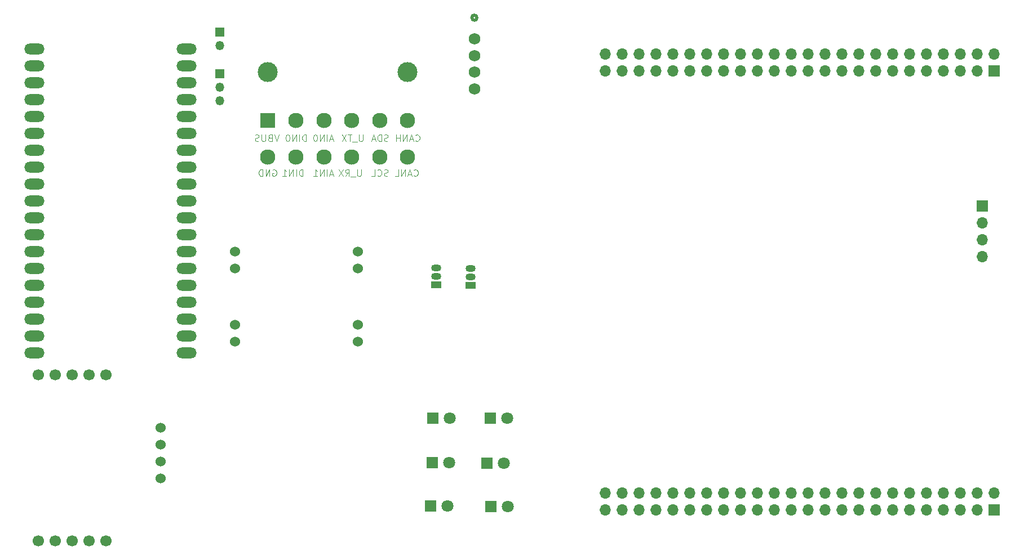
<source format=gbr>
%TF.GenerationSoftware,KiCad,Pcbnew,8.0.0-rc1*%
%TF.CreationDate,2024-02-28T14:24:43+09:00*%
%TF.ProjectId,KDL,4b444c2e-6b69-4636-9164-5f7063625858,rev?*%
%TF.SameCoordinates,Original*%
%TF.FileFunction,Soldermask,Bot*%
%TF.FilePolarity,Negative*%
%FSLAX46Y46*%
G04 Gerber Fmt 4.6, Leading zero omitted, Abs format (unit mm)*
G04 Created by KiCad (PCBNEW 8.0.0-rc1) date 2024-02-28 14:24:43*
%MOMM*%
%LPD*%
G01*
G04 APERTURE LIST*
%ADD10R,1.800000X1.800000*%
%ADD11C,1.800000*%
%ADD12C,1.524000*%
%ADD13R,1.350000X1.350000*%
%ADD14O,1.350000X1.350000*%
%ADD15O,3.048800X1.626400*%
%ADD16C,2.999999*%
%ADD17R,2.300000X2.300000*%
%ADD18C,2.300000*%
%ADD19C,1.752600*%
%ADD20R,1.500000X1.050000*%
%ADD21O,1.500000X1.050000*%
%ADD22O,1.700000X1.700000*%
%ADD23R,1.700000X1.700000*%
%ADD24C,1.700000*%
%ADD25C,0.100000*%
%ADD26C,0.508000*%
G04 APERTURE END LIST*
D10*
%TO.C,D1*%
X119360000Y-104793000D03*
D11*
X121900000Y-104793000D03*
%TD*%
D12*
%TO.C,U2*%
X69796000Y-113841000D03*
X69796000Y-111301000D03*
X69796000Y-108761000D03*
X69796000Y-106221000D03*
%TD*%
D13*
%TO.C,J2*%
X78750000Y-53000000D03*
D14*
X78750000Y-55000000D03*
X78750000Y-57000000D03*
%TD*%
D15*
%TO.C,U4*%
X73750000Y-94950000D03*
X73750000Y-92410000D03*
X73750000Y-61930000D03*
X50890000Y-94950000D03*
X50890000Y-79710000D03*
X50890000Y-61930000D03*
X50890000Y-59390000D03*
X50890000Y-64470000D03*
X50890000Y-72090000D03*
X50890000Y-49230000D03*
X50890000Y-51770000D03*
X50890000Y-54310000D03*
X73750000Y-56850000D03*
X73750000Y-54310000D03*
X73750000Y-51770000D03*
X73750000Y-64470000D03*
X73750000Y-59390000D03*
X73750000Y-67010000D03*
X50890000Y-56850000D03*
X50890000Y-67010000D03*
X50890000Y-69550000D03*
X50890000Y-74630000D03*
X50890000Y-77170000D03*
X50890000Y-82250000D03*
X50890000Y-89870000D03*
X50890000Y-92410000D03*
X73750000Y-74630000D03*
X73750000Y-72090000D03*
X73750000Y-69550000D03*
X73750000Y-79710000D03*
X73750000Y-77170000D03*
X73750000Y-84790000D03*
X73750000Y-82250000D03*
X73750000Y-89870000D03*
X73750000Y-87330000D03*
X50890000Y-84790000D03*
X50890000Y-87330000D03*
X73750000Y-49230000D03*
%TD*%
D10*
%TO.C,D5*%
X110760000Y-104800000D03*
D11*
X113300000Y-104800000D03*
%TD*%
D10*
%TO.C,D4*%
X110637000Y-111500000D03*
D11*
X113177000Y-111500000D03*
%TD*%
D16*
%TO.C,J1*%
X106949961Y-52699999D03*
X85950003Y-52699999D03*
D17*
X85950003Y-60000000D03*
D18*
X90150002Y-60000000D03*
X94350001Y-60000000D03*
X98550001Y-60000000D03*
X102750000Y-60000000D03*
X106949999Y-60000000D03*
X85950003Y-65499999D03*
X90150002Y-65499999D03*
X94350001Y-65499999D03*
X98550001Y-65499999D03*
X102750000Y-65499999D03*
X106949999Y-65499999D03*
%TD*%
D12*
%TO.C,U1*%
X99431000Y-79765000D03*
X99431000Y-82305000D03*
X99431000Y-90705000D03*
X99431000Y-93245000D03*
X80971000Y-79765000D03*
X80971000Y-82305000D03*
X80971000Y-90705000D03*
X80971000Y-93245000D03*
%TD*%
D19*
%TO.C,J3*%
X116970199Y-47752800D03*
X116970199Y-50252800D03*
X116970199Y-52752800D03*
X116970199Y-55252800D03*
%TD*%
D10*
%TO.C,D3*%
X118889000Y-111596000D03*
D11*
X121429000Y-111596000D03*
%TD*%
D10*
%TO.C,D6*%
X119460000Y-118100000D03*
D11*
X122000000Y-118100000D03*
%TD*%
D20*
%TO.C,Q1*%
X116360000Y-84770000D03*
D21*
X116360000Y-83500000D03*
X116360000Y-82230000D03*
%TD*%
D13*
%TO.C,J4*%
X78750000Y-46750000D03*
D14*
X78750000Y-48750000D03*
%TD*%
D22*
%TO.C,U5*%
X187439000Y-52520000D03*
X174739000Y-118562200D03*
X174739000Y-116022200D03*
X172199000Y-118562200D03*
X172199000Y-116022200D03*
X167119000Y-118562200D03*
X167119000Y-116022200D03*
X164579000Y-118562200D03*
X164579000Y-116022200D03*
X156959000Y-116022200D03*
X149339000Y-116022200D03*
X146799000Y-118562200D03*
X146799000Y-116022200D03*
X144259000Y-118562200D03*
X144259000Y-116022200D03*
X141719000Y-118562200D03*
X141719000Y-116022200D03*
X139179000Y-118562200D03*
X136639000Y-52520000D03*
X139179000Y-49980000D03*
X139179000Y-52520000D03*
X141719000Y-49980000D03*
X141719000Y-52520000D03*
X144259000Y-49980000D03*
X144259000Y-52520000D03*
X146799000Y-49980000D03*
X146799000Y-52520000D03*
X149339000Y-49980000D03*
X151879000Y-49980000D03*
X151879000Y-52520000D03*
X154419000Y-49980000D03*
X154419000Y-52520000D03*
X159499000Y-52520000D03*
X162039000Y-49980000D03*
X164579000Y-49980000D03*
X164579000Y-52520000D03*
X167119000Y-49980000D03*
X167119000Y-52520000D03*
X169659000Y-49980000D03*
X169659000Y-52520000D03*
X172199000Y-49980000D03*
X177279000Y-49980000D03*
X177279000Y-52520000D03*
X189979000Y-52520000D03*
X179819000Y-49980000D03*
X189979000Y-118562200D03*
D23*
X193286500Y-72840000D03*
D22*
X193286500Y-75380000D03*
X193286500Y-77920000D03*
X193286500Y-80460000D03*
X192519000Y-49980000D03*
X189979000Y-49980000D03*
X187439000Y-49980000D03*
X184899000Y-49980000D03*
X182359000Y-49980000D03*
X174739000Y-49980000D03*
X159499000Y-49980000D03*
X156959000Y-49980000D03*
X136639000Y-49980000D03*
D23*
X195059000Y-52520000D03*
D22*
X192519000Y-52520000D03*
X184899000Y-52520000D03*
X182359000Y-52520000D03*
X179819000Y-52520000D03*
X174739000Y-52520000D03*
X172199000Y-52520000D03*
X162039000Y-52520000D03*
X156959000Y-52520000D03*
X149339000Y-52520000D03*
X195059000Y-116022200D03*
X192519000Y-116022200D03*
X189979000Y-116022200D03*
X187439000Y-116022200D03*
X184899000Y-116022200D03*
X182359000Y-116022200D03*
X179819000Y-116022200D03*
X177279000Y-116022200D03*
X169659000Y-116022200D03*
X162039000Y-116022200D03*
X159499000Y-116022200D03*
X154419000Y-116022200D03*
X151879000Y-116022200D03*
X139179000Y-116022200D03*
X136639000Y-116022200D03*
X192519000Y-118562200D03*
X187439000Y-118562200D03*
X184899000Y-118562200D03*
X182359000Y-118562200D03*
X179819000Y-118562200D03*
X177279000Y-118562200D03*
X169659000Y-118562200D03*
X162039000Y-118562200D03*
X159499000Y-118562200D03*
X156959000Y-118562200D03*
X154419000Y-118562200D03*
X151879000Y-118562200D03*
X149339000Y-118562200D03*
X136639000Y-118562200D03*
X195059000Y-49980000D03*
D23*
X195059000Y-118562200D03*
%TD*%
D10*
%TO.C,D2*%
X110400000Y-118000000D03*
D11*
X112940000Y-118000000D03*
%TD*%
D20*
%TO.C,Q2*%
X111260000Y-84740000D03*
D21*
X111260000Y-83470000D03*
X111260000Y-82200000D03*
%TD*%
D24*
%TO.C,U6*%
X59063000Y-123272000D03*
X56523000Y-123272000D03*
X53983000Y-123272000D03*
X51443000Y-123272000D03*
X51443000Y-98272000D03*
X53983000Y-98272000D03*
X56523000Y-98272000D03*
X59063000Y-98272000D03*
X61603000Y-98272000D03*
X61603000Y-123272000D03*
%TD*%
D25*
X100196115Y-62125219D02*
X100196115Y-62934742D01*
X100196115Y-62934742D02*
X100148496Y-63029980D01*
X100148496Y-63029980D02*
X100100877Y-63077600D01*
X100100877Y-63077600D02*
X100005639Y-63125219D01*
X100005639Y-63125219D02*
X99815163Y-63125219D01*
X99815163Y-63125219D02*
X99719925Y-63077600D01*
X99719925Y-63077600D02*
X99672306Y-63029980D01*
X99672306Y-63029980D02*
X99624687Y-62934742D01*
X99624687Y-62934742D02*
X99624687Y-62125219D01*
X99386592Y-63220457D02*
X98624687Y-63220457D01*
X98529448Y-62125219D02*
X97958020Y-62125219D01*
X98243734Y-63125219D02*
X98243734Y-62125219D01*
X97719924Y-62125219D02*
X97053258Y-63125219D01*
X97053258Y-62125219D02*
X97719924Y-63125219D01*
X99946115Y-67375219D02*
X99946115Y-68184742D01*
X99946115Y-68184742D02*
X99898496Y-68279980D01*
X99898496Y-68279980D02*
X99850877Y-68327600D01*
X99850877Y-68327600D02*
X99755639Y-68375219D01*
X99755639Y-68375219D02*
X99565163Y-68375219D01*
X99565163Y-68375219D02*
X99469925Y-68327600D01*
X99469925Y-68327600D02*
X99422306Y-68279980D01*
X99422306Y-68279980D02*
X99374687Y-68184742D01*
X99374687Y-68184742D02*
X99374687Y-67375219D01*
X99136592Y-68470457D02*
X98374687Y-68470457D01*
X97565163Y-68375219D02*
X97898496Y-67899028D01*
X98136591Y-68375219D02*
X98136591Y-67375219D01*
X98136591Y-67375219D02*
X97755639Y-67375219D01*
X97755639Y-67375219D02*
X97660401Y-67422838D01*
X97660401Y-67422838D02*
X97612782Y-67470457D01*
X97612782Y-67470457D02*
X97565163Y-67565695D01*
X97565163Y-67565695D02*
X97565163Y-67708552D01*
X97565163Y-67708552D02*
X97612782Y-67803790D01*
X97612782Y-67803790D02*
X97660401Y-67851409D01*
X97660401Y-67851409D02*
X97755639Y-67899028D01*
X97755639Y-67899028D02*
X98136591Y-67899028D01*
X97231829Y-67375219D02*
X96565163Y-68375219D01*
X96565163Y-67375219D02*
X97231829Y-68375219D01*
X108124687Y-63029980D02*
X108172306Y-63077600D01*
X108172306Y-63077600D02*
X108315163Y-63125219D01*
X108315163Y-63125219D02*
X108410401Y-63125219D01*
X108410401Y-63125219D02*
X108553258Y-63077600D01*
X108553258Y-63077600D02*
X108648496Y-62982361D01*
X108648496Y-62982361D02*
X108696115Y-62887123D01*
X108696115Y-62887123D02*
X108743734Y-62696647D01*
X108743734Y-62696647D02*
X108743734Y-62553790D01*
X108743734Y-62553790D02*
X108696115Y-62363314D01*
X108696115Y-62363314D02*
X108648496Y-62268076D01*
X108648496Y-62268076D02*
X108553258Y-62172838D01*
X108553258Y-62172838D02*
X108410401Y-62125219D01*
X108410401Y-62125219D02*
X108315163Y-62125219D01*
X108315163Y-62125219D02*
X108172306Y-62172838D01*
X108172306Y-62172838D02*
X108124687Y-62220457D01*
X107743734Y-62839504D02*
X107267544Y-62839504D01*
X107838972Y-63125219D02*
X107505639Y-62125219D01*
X107505639Y-62125219D02*
X107172306Y-63125219D01*
X106838972Y-63125219D02*
X106838972Y-62125219D01*
X106838972Y-62125219D02*
X106267544Y-63125219D01*
X106267544Y-63125219D02*
X106267544Y-62125219D01*
X105791353Y-63125219D02*
X105791353Y-62125219D01*
X105791353Y-62601409D02*
X105219925Y-62601409D01*
X105219925Y-63125219D02*
X105219925Y-62125219D01*
X95743734Y-62839504D02*
X95267544Y-62839504D01*
X95838972Y-63125219D02*
X95505639Y-62125219D01*
X95505639Y-62125219D02*
X95172306Y-63125219D01*
X94838972Y-63125219D02*
X94838972Y-62125219D01*
X94362782Y-63125219D02*
X94362782Y-62125219D01*
X94362782Y-62125219D02*
X93791354Y-63125219D01*
X93791354Y-63125219D02*
X93791354Y-62125219D01*
X93124687Y-62125219D02*
X93029449Y-62125219D01*
X93029449Y-62125219D02*
X92934211Y-62172838D01*
X92934211Y-62172838D02*
X92886592Y-62220457D01*
X92886592Y-62220457D02*
X92838973Y-62315695D01*
X92838973Y-62315695D02*
X92791354Y-62506171D01*
X92791354Y-62506171D02*
X92791354Y-62744266D01*
X92791354Y-62744266D02*
X92838973Y-62934742D01*
X92838973Y-62934742D02*
X92886592Y-63029980D01*
X92886592Y-63029980D02*
X92934211Y-63077600D01*
X92934211Y-63077600D02*
X93029449Y-63125219D01*
X93029449Y-63125219D02*
X93124687Y-63125219D01*
X93124687Y-63125219D02*
X93219925Y-63077600D01*
X93219925Y-63077600D02*
X93267544Y-63029980D01*
X93267544Y-63029980D02*
X93315163Y-62934742D01*
X93315163Y-62934742D02*
X93362782Y-62744266D01*
X93362782Y-62744266D02*
X93362782Y-62506171D01*
X93362782Y-62506171D02*
X93315163Y-62315695D01*
X93315163Y-62315695D02*
X93267544Y-62220457D01*
X93267544Y-62220457D02*
X93219925Y-62172838D01*
X93219925Y-62172838D02*
X93124687Y-62125219D01*
X103993734Y-68327600D02*
X103850877Y-68375219D01*
X103850877Y-68375219D02*
X103612782Y-68375219D01*
X103612782Y-68375219D02*
X103517544Y-68327600D01*
X103517544Y-68327600D02*
X103469925Y-68279980D01*
X103469925Y-68279980D02*
X103422306Y-68184742D01*
X103422306Y-68184742D02*
X103422306Y-68089504D01*
X103422306Y-68089504D02*
X103469925Y-67994266D01*
X103469925Y-67994266D02*
X103517544Y-67946647D01*
X103517544Y-67946647D02*
X103612782Y-67899028D01*
X103612782Y-67899028D02*
X103803258Y-67851409D01*
X103803258Y-67851409D02*
X103898496Y-67803790D01*
X103898496Y-67803790D02*
X103946115Y-67756171D01*
X103946115Y-67756171D02*
X103993734Y-67660933D01*
X103993734Y-67660933D02*
X103993734Y-67565695D01*
X103993734Y-67565695D02*
X103946115Y-67470457D01*
X103946115Y-67470457D02*
X103898496Y-67422838D01*
X103898496Y-67422838D02*
X103803258Y-67375219D01*
X103803258Y-67375219D02*
X103565163Y-67375219D01*
X103565163Y-67375219D02*
X103422306Y-67422838D01*
X102422306Y-68279980D02*
X102469925Y-68327600D01*
X102469925Y-68327600D02*
X102612782Y-68375219D01*
X102612782Y-68375219D02*
X102708020Y-68375219D01*
X102708020Y-68375219D02*
X102850877Y-68327600D01*
X102850877Y-68327600D02*
X102946115Y-68232361D01*
X102946115Y-68232361D02*
X102993734Y-68137123D01*
X102993734Y-68137123D02*
X103041353Y-67946647D01*
X103041353Y-67946647D02*
X103041353Y-67803790D01*
X103041353Y-67803790D02*
X102993734Y-67613314D01*
X102993734Y-67613314D02*
X102946115Y-67518076D01*
X102946115Y-67518076D02*
X102850877Y-67422838D01*
X102850877Y-67422838D02*
X102708020Y-67375219D01*
X102708020Y-67375219D02*
X102612782Y-67375219D01*
X102612782Y-67375219D02*
X102469925Y-67422838D01*
X102469925Y-67422838D02*
X102422306Y-67470457D01*
X101517544Y-68375219D02*
X101993734Y-68375219D01*
X101993734Y-68375219D02*
X101993734Y-67375219D01*
X87588972Y-62125219D02*
X87255639Y-63125219D01*
X87255639Y-63125219D02*
X86922306Y-62125219D01*
X86255639Y-62601409D02*
X86112782Y-62649028D01*
X86112782Y-62649028D02*
X86065163Y-62696647D01*
X86065163Y-62696647D02*
X86017544Y-62791885D01*
X86017544Y-62791885D02*
X86017544Y-62934742D01*
X86017544Y-62934742D02*
X86065163Y-63029980D01*
X86065163Y-63029980D02*
X86112782Y-63077600D01*
X86112782Y-63077600D02*
X86208020Y-63125219D01*
X86208020Y-63125219D02*
X86588972Y-63125219D01*
X86588972Y-63125219D02*
X86588972Y-62125219D01*
X86588972Y-62125219D02*
X86255639Y-62125219D01*
X86255639Y-62125219D02*
X86160401Y-62172838D01*
X86160401Y-62172838D02*
X86112782Y-62220457D01*
X86112782Y-62220457D02*
X86065163Y-62315695D01*
X86065163Y-62315695D02*
X86065163Y-62410933D01*
X86065163Y-62410933D02*
X86112782Y-62506171D01*
X86112782Y-62506171D02*
X86160401Y-62553790D01*
X86160401Y-62553790D02*
X86255639Y-62601409D01*
X86255639Y-62601409D02*
X86588972Y-62601409D01*
X85588972Y-62125219D02*
X85588972Y-62934742D01*
X85588972Y-62934742D02*
X85541353Y-63029980D01*
X85541353Y-63029980D02*
X85493734Y-63077600D01*
X85493734Y-63077600D02*
X85398496Y-63125219D01*
X85398496Y-63125219D02*
X85208020Y-63125219D01*
X85208020Y-63125219D02*
X85112782Y-63077600D01*
X85112782Y-63077600D02*
X85065163Y-63029980D01*
X85065163Y-63029980D02*
X85017544Y-62934742D01*
X85017544Y-62934742D02*
X85017544Y-62125219D01*
X84588972Y-63077600D02*
X84446115Y-63125219D01*
X84446115Y-63125219D02*
X84208020Y-63125219D01*
X84208020Y-63125219D02*
X84112782Y-63077600D01*
X84112782Y-63077600D02*
X84065163Y-63029980D01*
X84065163Y-63029980D02*
X84017544Y-62934742D01*
X84017544Y-62934742D02*
X84017544Y-62839504D01*
X84017544Y-62839504D02*
X84065163Y-62744266D01*
X84065163Y-62744266D02*
X84112782Y-62696647D01*
X84112782Y-62696647D02*
X84208020Y-62649028D01*
X84208020Y-62649028D02*
X84398496Y-62601409D01*
X84398496Y-62601409D02*
X84493734Y-62553790D01*
X84493734Y-62553790D02*
X84541353Y-62506171D01*
X84541353Y-62506171D02*
X84588972Y-62410933D01*
X84588972Y-62410933D02*
X84588972Y-62315695D01*
X84588972Y-62315695D02*
X84541353Y-62220457D01*
X84541353Y-62220457D02*
X84493734Y-62172838D01*
X84493734Y-62172838D02*
X84398496Y-62125219D01*
X84398496Y-62125219D02*
X84160401Y-62125219D01*
X84160401Y-62125219D02*
X84017544Y-62172838D01*
X86672306Y-67422838D02*
X86767544Y-67375219D01*
X86767544Y-67375219D02*
X86910401Y-67375219D01*
X86910401Y-67375219D02*
X87053258Y-67422838D01*
X87053258Y-67422838D02*
X87148496Y-67518076D01*
X87148496Y-67518076D02*
X87196115Y-67613314D01*
X87196115Y-67613314D02*
X87243734Y-67803790D01*
X87243734Y-67803790D02*
X87243734Y-67946647D01*
X87243734Y-67946647D02*
X87196115Y-68137123D01*
X87196115Y-68137123D02*
X87148496Y-68232361D01*
X87148496Y-68232361D02*
X87053258Y-68327600D01*
X87053258Y-68327600D02*
X86910401Y-68375219D01*
X86910401Y-68375219D02*
X86815163Y-68375219D01*
X86815163Y-68375219D02*
X86672306Y-68327600D01*
X86672306Y-68327600D02*
X86624687Y-68279980D01*
X86624687Y-68279980D02*
X86624687Y-67946647D01*
X86624687Y-67946647D02*
X86815163Y-67946647D01*
X86196115Y-68375219D02*
X86196115Y-67375219D01*
X86196115Y-67375219D02*
X85624687Y-68375219D01*
X85624687Y-68375219D02*
X85624687Y-67375219D01*
X85148496Y-68375219D02*
X85148496Y-67375219D01*
X85148496Y-67375219D02*
X84910401Y-67375219D01*
X84910401Y-67375219D02*
X84767544Y-67422838D01*
X84767544Y-67422838D02*
X84672306Y-67518076D01*
X84672306Y-67518076D02*
X84624687Y-67613314D01*
X84624687Y-67613314D02*
X84577068Y-67803790D01*
X84577068Y-67803790D02*
X84577068Y-67946647D01*
X84577068Y-67946647D02*
X84624687Y-68137123D01*
X84624687Y-68137123D02*
X84672306Y-68232361D01*
X84672306Y-68232361D02*
X84767544Y-68327600D01*
X84767544Y-68327600D02*
X84910401Y-68375219D01*
X84910401Y-68375219D02*
X85148496Y-68375219D01*
X107874687Y-68279980D02*
X107922306Y-68327600D01*
X107922306Y-68327600D02*
X108065163Y-68375219D01*
X108065163Y-68375219D02*
X108160401Y-68375219D01*
X108160401Y-68375219D02*
X108303258Y-68327600D01*
X108303258Y-68327600D02*
X108398496Y-68232361D01*
X108398496Y-68232361D02*
X108446115Y-68137123D01*
X108446115Y-68137123D02*
X108493734Y-67946647D01*
X108493734Y-67946647D02*
X108493734Y-67803790D01*
X108493734Y-67803790D02*
X108446115Y-67613314D01*
X108446115Y-67613314D02*
X108398496Y-67518076D01*
X108398496Y-67518076D02*
X108303258Y-67422838D01*
X108303258Y-67422838D02*
X108160401Y-67375219D01*
X108160401Y-67375219D02*
X108065163Y-67375219D01*
X108065163Y-67375219D02*
X107922306Y-67422838D01*
X107922306Y-67422838D02*
X107874687Y-67470457D01*
X107493734Y-68089504D02*
X107017544Y-68089504D01*
X107588972Y-68375219D02*
X107255639Y-67375219D01*
X107255639Y-67375219D02*
X106922306Y-68375219D01*
X106588972Y-68375219D02*
X106588972Y-67375219D01*
X106588972Y-67375219D02*
X106017544Y-68375219D01*
X106017544Y-68375219D02*
X106017544Y-67375219D01*
X105065163Y-68375219D02*
X105541353Y-68375219D01*
X105541353Y-68375219D02*
X105541353Y-67375219D01*
X103993734Y-63077600D02*
X103850877Y-63125219D01*
X103850877Y-63125219D02*
X103612782Y-63125219D01*
X103612782Y-63125219D02*
X103517544Y-63077600D01*
X103517544Y-63077600D02*
X103469925Y-63029980D01*
X103469925Y-63029980D02*
X103422306Y-62934742D01*
X103422306Y-62934742D02*
X103422306Y-62839504D01*
X103422306Y-62839504D02*
X103469925Y-62744266D01*
X103469925Y-62744266D02*
X103517544Y-62696647D01*
X103517544Y-62696647D02*
X103612782Y-62649028D01*
X103612782Y-62649028D02*
X103803258Y-62601409D01*
X103803258Y-62601409D02*
X103898496Y-62553790D01*
X103898496Y-62553790D02*
X103946115Y-62506171D01*
X103946115Y-62506171D02*
X103993734Y-62410933D01*
X103993734Y-62410933D02*
X103993734Y-62315695D01*
X103993734Y-62315695D02*
X103946115Y-62220457D01*
X103946115Y-62220457D02*
X103898496Y-62172838D01*
X103898496Y-62172838D02*
X103803258Y-62125219D01*
X103803258Y-62125219D02*
X103565163Y-62125219D01*
X103565163Y-62125219D02*
X103422306Y-62172838D01*
X102993734Y-63125219D02*
X102993734Y-62125219D01*
X102993734Y-62125219D02*
X102755639Y-62125219D01*
X102755639Y-62125219D02*
X102612782Y-62172838D01*
X102612782Y-62172838D02*
X102517544Y-62268076D01*
X102517544Y-62268076D02*
X102469925Y-62363314D01*
X102469925Y-62363314D02*
X102422306Y-62553790D01*
X102422306Y-62553790D02*
X102422306Y-62696647D01*
X102422306Y-62696647D02*
X102469925Y-62887123D01*
X102469925Y-62887123D02*
X102517544Y-62982361D01*
X102517544Y-62982361D02*
X102612782Y-63077600D01*
X102612782Y-63077600D02*
X102755639Y-63125219D01*
X102755639Y-63125219D02*
X102993734Y-63125219D01*
X102041353Y-62839504D02*
X101565163Y-62839504D01*
X102136591Y-63125219D02*
X101803258Y-62125219D01*
X101803258Y-62125219D02*
X101469925Y-63125219D01*
X91196115Y-68375219D02*
X91196115Y-67375219D01*
X91196115Y-67375219D02*
X90958020Y-67375219D01*
X90958020Y-67375219D02*
X90815163Y-67422838D01*
X90815163Y-67422838D02*
X90719925Y-67518076D01*
X90719925Y-67518076D02*
X90672306Y-67613314D01*
X90672306Y-67613314D02*
X90624687Y-67803790D01*
X90624687Y-67803790D02*
X90624687Y-67946647D01*
X90624687Y-67946647D02*
X90672306Y-68137123D01*
X90672306Y-68137123D02*
X90719925Y-68232361D01*
X90719925Y-68232361D02*
X90815163Y-68327600D01*
X90815163Y-68327600D02*
X90958020Y-68375219D01*
X90958020Y-68375219D02*
X91196115Y-68375219D01*
X90196115Y-68375219D02*
X90196115Y-67375219D01*
X89719925Y-68375219D02*
X89719925Y-67375219D01*
X89719925Y-67375219D02*
X89148497Y-68375219D01*
X89148497Y-68375219D02*
X89148497Y-67375219D01*
X88148497Y-68375219D02*
X88719925Y-68375219D01*
X88434211Y-68375219D02*
X88434211Y-67375219D01*
X88434211Y-67375219D02*
X88529449Y-67518076D01*
X88529449Y-67518076D02*
X88624687Y-67613314D01*
X88624687Y-67613314D02*
X88719925Y-67660933D01*
X95743734Y-68089504D02*
X95267544Y-68089504D01*
X95838972Y-68375219D02*
X95505639Y-67375219D01*
X95505639Y-67375219D02*
X95172306Y-68375219D01*
X94838972Y-68375219D02*
X94838972Y-67375219D01*
X94362782Y-68375219D02*
X94362782Y-67375219D01*
X94362782Y-67375219D02*
X93791354Y-68375219D01*
X93791354Y-68375219D02*
X93791354Y-67375219D01*
X92791354Y-68375219D02*
X93362782Y-68375219D01*
X93077068Y-68375219D02*
X93077068Y-67375219D01*
X93077068Y-67375219D02*
X93172306Y-67518076D01*
X93172306Y-67518076D02*
X93267544Y-67613314D01*
X93267544Y-67613314D02*
X93362782Y-67660933D01*
X91696115Y-63125219D02*
X91696115Y-62125219D01*
X91696115Y-62125219D02*
X91458020Y-62125219D01*
X91458020Y-62125219D02*
X91315163Y-62172838D01*
X91315163Y-62172838D02*
X91219925Y-62268076D01*
X91219925Y-62268076D02*
X91172306Y-62363314D01*
X91172306Y-62363314D02*
X91124687Y-62553790D01*
X91124687Y-62553790D02*
X91124687Y-62696647D01*
X91124687Y-62696647D02*
X91172306Y-62887123D01*
X91172306Y-62887123D02*
X91219925Y-62982361D01*
X91219925Y-62982361D02*
X91315163Y-63077600D01*
X91315163Y-63077600D02*
X91458020Y-63125219D01*
X91458020Y-63125219D02*
X91696115Y-63125219D01*
X90696115Y-63125219D02*
X90696115Y-62125219D01*
X90219925Y-63125219D02*
X90219925Y-62125219D01*
X90219925Y-62125219D02*
X89648497Y-63125219D01*
X89648497Y-63125219D02*
X89648497Y-62125219D01*
X88981830Y-62125219D02*
X88886592Y-62125219D01*
X88886592Y-62125219D02*
X88791354Y-62172838D01*
X88791354Y-62172838D02*
X88743735Y-62220457D01*
X88743735Y-62220457D02*
X88696116Y-62315695D01*
X88696116Y-62315695D02*
X88648497Y-62506171D01*
X88648497Y-62506171D02*
X88648497Y-62744266D01*
X88648497Y-62744266D02*
X88696116Y-62934742D01*
X88696116Y-62934742D02*
X88743735Y-63029980D01*
X88743735Y-63029980D02*
X88791354Y-63077600D01*
X88791354Y-63077600D02*
X88886592Y-63125219D01*
X88886592Y-63125219D02*
X88981830Y-63125219D01*
X88981830Y-63125219D02*
X89077068Y-63077600D01*
X89077068Y-63077600D02*
X89124687Y-63029980D01*
X89124687Y-63029980D02*
X89172306Y-62934742D01*
X89172306Y-62934742D02*
X89219925Y-62744266D01*
X89219925Y-62744266D02*
X89219925Y-62506171D01*
X89219925Y-62506171D02*
X89172306Y-62315695D01*
X89172306Y-62315695D02*
X89124687Y-62220457D01*
X89124687Y-62220457D02*
X89077068Y-62172838D01*
X89077068Y-62172838D02*
X88981830Y-62125219D01*
D26*
%TO.C,J3*%
X117351199Y-44543200D02*
G75*
G02*
X116589199Y-44543200I-381000J0D01*
G01*
X116589199Y-44543200D02*
G75*
G02*
X117351199Y-44543200I381000J0D01*
G01*
%TD*%
M02*

</source>
